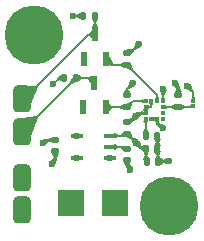
<source format=gbr>
%TF.GenerationSoftware,KiCad,Pcbnew,8.0.4*%
%TF.CreationDate,2025-02-04T23:44:10-05:00*%
%TF.ProjectId,Magnetometer,4d61676e-6574-46f6-9d65-7465722e6b69,rev?*%
%TF.SameCoordinates,Original*%
%TF.FileFunction,Copper,L1,Top*%
%TF.FilePolarity,Positive*%
%FSLAX46Y46*%
G04 Gerber Fmt 4.6, Leading zero omitted, Abs format (unit mm)*
G04 Created by KiCad (PCBNEW 8.0.4) date 2025-02-04 23:44:10*
%MOMM*%
%LPD*%
G01*
G04 APERTURE LIST*
G04 Aperture macros list*
%AMRoundRect*
0 Rectangle with rounded corners*
0 $1 Rounding radius*
0 $2 $3 $4 $5 $6 $7 $8 $9 X,Y pos of 4 corners*
0 Add a 4 corners polygon primitive as box body*
4,1,4,$2,$3,$4,$5,$6,$7,$8,$9,$2,$3,0*
0 Add four circle primitives for the rounded corners*
1,1,$1+$1,$2,$3*
1,1,$1+$1,$4,$5*
1,1,$1+$1,$6,$7*
1,1,$1+$1,$8,$9*
0 Add four rect primitives between the rounded corners*
20,1,$1+$1,$2,$3,$4,$5,0*
20,1,$1+$1,$4,$5,$6,$7,0*
20,1,$1+$1,$6,$7,$8,$9,0*
20,1,$1+$1,$8,$9,$2,$3,0*%
G04 Aperture macros list end*
%TA.AperFunction,SMDPad,CuDef*%
%ADD10RoundRect,0.381000X0.381000X-0.762000X0.381000X0.762000X-0.381000X0.762000X-0.381000X-0.762000X0*%
%TD*%
%TA.AperFunction,ComponentPad*%
%ADD11C,2.900000*%
%TD*%
%TA.AperFunction,ConnectorPad*%
%ADD12C,5.000000*%
%TD*%
%TA.AperFunction,SMDPad,CuDef*%
%ADD13RoundRect,0.135000X-0.185000X0.135000X-0.185000X-0.135000X0.185000X-0.135000X0.185000X0.135000X0*%
%TD*%
%TA.AperFunction,SMDPad,CuDef*%
%ADD14RoundRect,0.140000X0.140000X0.170000X-0.140000X0.170000X-0.140000X-0.170000X0.140000X-0.170000X0*%
%TD*%
%TA.AperFunction,SMDPad,CuDef*%
%ADD15R,0.558800X1.270000*%
%TD*%
%TA.AperFunction,SMDPad,CuDef*%
%ADD16RoundRect,0.381000X-0.381000X0.762000X-0.381000X-0.762000X0.381000X-0.762000X0.381000X0.762000X0*%
%TD*%
%TA.AperFunction,SMDPad,CuDef*%
%ADD17RoundRect,0.140000X0.170000X-0.140000X0.170000X0.140000X-0.170000X0.140000X-0.170000X-0.140000X0*%
%TD*%
%TA.AperFunction,SMDPad,CuDef*%
%ADD18RoundRect,0.135000X0.185000X-0.135000X0.185000X0.135000X-0.185000X0.135000X-0.185000X-0.135000X0*%
%TD*%
%TA.AperFunction,SMDPad,CuDef*%
%ADD19R,0.977900X0.457200*%
%TD*%
%TA.AperFunction,SMDPad,CuDef*%
%ADD20RoundRect,0.140000X-0.170000X0.140000X-0.170000X-0.140000X0.170000X-0.140000X0.170000X0.140000X0*%
%TD*%
%TA.AperFunction,SMDPad,CuDef*%
%ADD21RoundRect,0.135000X0.135000X0.185000X-0.135000X0.185000X-0.135000X-0.185000X0.135000X-0.185000X0*%
%TD*%
%TA.AperFunction,SMDPad,CuDef*%
%ADD22RoundRect,0.080375X-0.110125X0.080375X-0.110125X-0.080375X0.110125X-0.080375X0.110125X0.080375X0*%
%TD*%
%TA.AperFunction,SMDPad,CuDef*%
%ADD23R,2.184400X2.184400*%
%TD*%
%TA.AperFunction,SMDPad,CuDef*%
%ADD24R,0.376682X0.351536*%
%TD*%
%TA.AperFunction,SMDPad,CuDef*%
%ADD25R,0.351536X0.376682*%
%TD*%
%TA.AperFunction,ViaPad*%
%ADD26C,0.600000*%
%TD*%
%TA.AperFunction,Conductor*%
%ADD27C,0.200000*%
%TD*%
%TA.AperFunction,Conductor*%
%ADD28C,0.500000*%
%TD*%
G04 APERTURE END LIST*
D10*
%TO.P,J3,1,Pin_1*%
%TO.N,SCL*%
X128222300Y-152759000D03*
%TO.P,J3,2,Pin_2*%
%TO.N,SDA*%
X128222300Y-150009000D03*
%TD*%
D11*
%TO.P,REF\u002A\u002A,1*%
%TO.N,N/C*%
X129286000Y-144526000D03*
D12*
X129286000Y-144526000D03*
%TD*%
D13*
%TO.P,R1,1*%
%TO.N,GND*%
X141478000Y-149604000D03*
%TO.P,R1,2*%
%TO.N,Net-(JP1-B)*%
X141478000Y-150624000D03*
%TD*%
D14*
%TO.P,C3,1*%
%TO.N,GND*%
X139738801Y-155270200D03*
%TO.P,C3,2*%
%TO.N,3V3*%
X138778801Y-155270200D03*
%TD*%
D15*
%TO.P,U4,1,G*%
%TO.N,5V*%
X133477000Y-146558000D03*
%TO.P,U4,2,S*%
%TO.N,Net-(U1-SDA{slash}SDI{slash}SDO)*%
X135382000Y-146558000D03*
%TO.P,U4,3,D*%
%TO.N,SDA*%
X134429500Y-144475200D03*
%TD*%
D11*
%TO.P,REF\u002A\u002A,1*%
%TO.N,N/C*%
X140716000Y-159004000D03*
D12*
X140716000Y-159004000D03*
%TD*%
D15*
%TO.P,U2,1,G*%
%TO.N,5V*%
X133413500Y-150672800D03*
%TO.P,U2,2,S*%
%TO.N,Net-(U1-SCL{slash}SPC)*%
X135318500Y-150672800D03*
%TO.P,U2,3,D*%
%TO.N,SCL*%
X134366000Y-148590000D03*
%TD*%
D16*
%TO.P,J1,1,Pin_1*%
%TO.N,GND*%
X128270000Y-156616400D03*
%TO.P,J1,2,Pin_2*%
%TO.N,5V*%
X128270000Y-159366400D03*
%TD*%
D17*
%TO.P,C6,1*%
%TO.N,3V3*%
X137160000Y-152908000D03*
%TO.P,C6,2*%
%TO.N,GND*%
X137160000Y-151948000D03*
%TD*%
D18*
%TO.P,R2,1*%
%TO.N,Net-(U1-SDA{slash}SDI{slash}SDO)*%
X137160000Y-147068000D03*
%TO.P,R2,2*%
%TO.N,3V3*%
X137160000Y-146048000D03*
%TD*%
D19*
%TO.P,U5,1,IN*%
%TO.N,5V*%
X132924550Y-153075599D03*
%TO.P,U5,2,GND*%
%TO.N,GND*%
X132924550Y-154975601D03*
%TO.P,U5,3,EN*%
%TO.N,5V*%
X135655050Y-154975601D03*
%TO.P,U5,4,BYPASS*%
%TO.N,Net-(U5-BYPASS)*%
X135655050Y-154025600D03*
%TO.P,U5,5,OUT*%
%TO.N,3V3*%
X135655050Y-153075599D03*
%TD*%
D20*
%TO.P,C4,1*%
%TO.N,5V*%
X131064000Y-153444000D03*
%TO.P,C4,2*%
%TO.N,GND*%
X131064000Y-154404000D03*
%TD*%
D18*
%TO.P,R4,1*%
%TO.N,Net-(U1-SCL{slash}SPC)*%
X137160000Y-150626000D03*
%TO.P,R4,2*%
%TO.N,3V3*%
X137160000Y-149606000D03*
%TD*%
D21*
%TO.P,R5,1*%
%TO.N,SCL*%
X132790000Y-148170000D03*
%TO.P,R5,2*%
%TO.N,5V*%
X131770000Y-148170000D03*
%TD*%
D20*
%TO.P,C5,1*%
%TO.N,Net-(U5-BYPASS)*%
X137160000Y-154206000D03*
%TO.P,C5,2*%
%TO.N,GND*%
X137160000Y-155166000D03*
%TD*%
D14*
%TO.P,C2,1*%
%TO.N,GND*%
X139700000Y-154178000D03*
%TO.P,C2,2*%
%TO.N,3V3*%
X138740000Y-154178000D03*
%TD*%
D22*
%TO.P,JP1,1,A*%
%TO.N,3V3*%
X142748000Y-150114000D03*
%TO.P,JP1,2,B*%
%TO.N,Net-(JP1-B)*%
X142748000Y-150553250D03*
%TD*%
D21*
%TO.P,R3,1*%
%TO.N,SDA*%
X134380000Y-142930000D03*
%TO.P,R3,2*%
%TO.N,5V*%
X133360000Y-142930000D03*
%TD*%
D14*
%TO.P,C1,1*%
%TO.N,GND*%
X139700000Y-153115200D03*
%TO.P,C1,2*%
%TO.N,Net-(U1-C1)*%
X138740000Y-153115200D03*
%TD*%
D23*
%TO.P,CR2,1*%
%TO.N,5V*%
X132384800Y-158750000D03*
%TO.P,CR2,2*%
%TO.N,GND*%
X136093200Y-158750000D03*
%TD*%
D24*
%TO.P,U1,1,SCL/SPC*%
%TO.N,Net-(U1-SCL{slash}SPC)*%
X138695999Y-150125999D03*
%TO.P,U1,2,RSVD1*%
%TO.N,GND*%
X138695999Y-150626000D03*
%TO.P,U1,3,GND*%
X138695999Y-151126000D03*
%TO.P,U1,4,C1*%
%TO.N,Net-(U1-C1)*%
X138695999Y-151626001D03*
D25*
%TO.P,U1,5,VDD*%
%TO.N,3V3*%
X139196000Y-151626001D03*
%TO.P,U1,6,VDD_IO*%
X139696000Y-151626001D03*
D24*
%TO.P,U1,7,INT*%
%TO.N,unconnected-(U1-INT-Pad7)*%
X140196001Y-151626001D03*
%TO.P,U1,8,DRDY*%
%TO.N,DRDY*%
X140196001Y-151126000D03*
%TO.P,U1,9,SDO/SA1*%
%TO.N,Net-(JP1-B)*%
X140196001Y-150626000D03*
%TO.P,U1,10,CS*%
%TO.N,3V3*%
X140196001Y-150125999D03*
D25*
%TO.P,U1,11,SDA/SDI/SDO*%
%TO.N,Net-(U1-SDA{slash}SDI{slash}SDO)*%
X139696000Y-150125999D03*
%TO.P,U1,12,RSVD2*%
%TO.N,GND*%
X139196000Y-150125999D03*
%TD*%
D26*
%TO.N,5V*%
X132560000Y-142950000D03*
X130880000Y-148710000D03*
X133480000Y-146500000D03*
X135710000Y-154980000D03*
X133420000Y-150680000D03*
X131940000Y-159320000D03*
X132880000Y-159350000D03*
X132890000Y-158130000D03*
X131820000Y-158110000D03*
%TO.N,GND*%
X135560000Y-159270000D03*
X136640000Y-159290000D03*
X136650000Y-158180000D03*
X135510000Y-158190000D03*
X128270000Y-156100000D03*
X128250000Y-157120000D03*
%TO.N,5V*%
X128260000Y-158750000D03*
X128230000Y-159830000D03*
%TO.N,GND*%
X141224000Y-148590000D03*
X137922000Y-151384000D03*
X132924550Y-154975601D03*
X137414000Y-155956000D03*
X130810000Y-155448000D03*
X140716000Y-155194000D03*
%TO.N,3V3*%
X140208000Y-149098000D03*
X138176000Y-145288000D03*
X137668000Y-148590000D03*
X137922000Y-153670000D03*
X140208000Y-152400000D03*
X142240000Y-148844000D03*
%TO.N,5V*%
X132924550Y-153075599D03*
X130048000Y-153670000D03*
%TD*%
D27*
%TO.N,5V*%
X132580000Y-142930000D02*
X132560000Y-142950000D01*
X133360000Y-142930000D02*
X132580000Y-142930000D01*
%TO.N,SDA*%
X134429500Y-142979500D02*
X134380000Y-142930000D01*
X134429500Y-144475200D02*
X134429500Y-142979500D01*
%TO.N,5V*%
X131420000Y-148170000D02*
X130880000Y-148710000D01*
X131770000Y-148170000D02*
X131420000Y-148170000D01*
%TO.N,SCL*%
X133946000Y-148170000D02*
X134366000Y-148590000D01*
X132811300Y-148170000D02*
X133946000Y-148170000D01*
X128222300Y-152759000D02*
X132811300Y-148170000D01*
%TO.N,SDA*%
X133950100Y-144475200D02*
X134429500Y-144475200D01*
X128416300Y-150009000D02*
X133950100Y-144475200D01*
X128222300Y-150009000D02*
X128416300Y-150009000D01*
%TO.N,5V*%
X133535000Y-146500000D02*
X133477000Y-146558000D01*
X133480000Y-146500000D02*
X133535000Y-146500000D01*
X133480000Y-146555000D02*
X133480000Y-146500000D01*
D28*
X131940000Y-159194800D02*
X132384800Y-158750000D01*
X131940000Y-159320000D02*
X131940000Y-159194800D01*
X131814800Y-159320000D02*
X131940000Y-159320000D01*
X131768400Y-159366400D02*
X131814800Y-159320000D01*
X128270000Y-159366400D02*
X128230000Y-159830000D01*
D27*
%TO.N,Net-(U1-C1)*%
X138614230Y-153115200D02*
X138900000Y-153115200D01*
X138740000Y-153115200D02*
X138695999Y-153071199D01*
X138695999Y-153071199D02*
X138695999Y-151626001D01*
%TO.N,GND*%
X139160107Y-150626000D02*
X139196000Y-150590107D01*
X137160000Y-155702000D02*
X137414000Y-155956000D01*
X131064000Y-155194000D02*
X130810000Y-155448000D01*
X138695999Y-150626000D02*
X138695999Y-151126000D01*
X139738801Y-154216801D02*
X139700000Y-154178000D01*
X139738801Y-155270200D02*
X139738801Y-154216801D01*
X139196000Y-150590107D02*
X139196000Y-150125999D01*
X139738801Y-155270200D02*
X140639800Y-155270200D01*
X141478000Y-149604000D02*
X141478000Y-148844000D01*
X137358000Y-151948000D02*
X137922000Y-151384000D01*
X136093200Y-158750000D02*
X136398000Y-158750000D01*
X138695999Y-151126000D02*
X138180000Y-151126000D01*
X140639800Y-155270200D02*
X140716000Y-155194000D01*
X137160000Y-151948000D02*
X137358000Y-151948000D01*
X137160000Y-155166000D02*
X137160000Y-155702000D01*
X139700000Y-154178000D02*
X139700000Y-153115200D01*
X138695999Y-150626000D02*
X139160107Y-150626000D01*
X131064000Y-154404000D02*
X131064000Y-155194000D01*
X138180000Y-151126000D02*
X137922000Y-151384000D01*
X141478000Y-148844000D02*
X141224000Y-148590000D01*
%TO.N,Net-(U1-SCL{slash}SPC)*%
X135318500Y-150672800D02*
X137113200Y-150672800D01*
X137160000Y-150626000D02*
X137660001Y-150125999D01*
X137113200Y-150672800D02*
X137160000Y-150626000D01*
X137660001Y-150125999D02*
X138695999Y-150125999D01*
%TO.N,3V3*%
X137160000Y-149606000D02*
X137160000Y-149098000D01*
X138430000Y-154178000D02*
X137922000Y-153670000D01*
X136992401Y-153075599D02*
X137160000Y-152908000D01*
X139196000Y-151626001D02*
X139696000Y-151626001D01*
X138740000Y-155231399D02*
X138778801Y-155270200D01*
X138740000Y-154178000D02*
X138430000Y-154178000D01*
X140196001Y-149109999D02*
X140208000Y-149098000D01*
X137160000Y-146048000D02*
X137416000Y-146048000D01*
X137160000Y-152908000D02*
X137922000Y-153670000D01*
X142748000Y-149352000D02*
X142240000Y-148844000D01*
X135655050Y-153075599D02*
X136992401Y-153075599D01*
X137160000Y-149098000D02*
X137668000Y-148590000D01*
X139696000Y-152090109D02*
X140005891Y-152400000D01*
X138740000Y-154178000D02*
X138740000Y-155231399D01*
X140005891Y-152400000D02*
X140208000Y-152400000D01*
X139696000Y-151626001D02*
X139696000Y-152090109D01*
X140196001Y-150125999D02*
X140196001Y-149109999D01*
X137416000Y-146048000D02*
X138176000Y-145288000D01*
X142748000Y-150114000D02*
X142748000Y-149352000D01*
%TO.N,5V*%
X131064000Y-153444000D02*
X130274000Y-153444000D01*
X132924550Y-153075599D02*
X132755599Y-153075599D01*
X130274000Y-153444000D02*
X130048000Y-153670000D01*
%TO.N,Net-(JP1-B)*%
X140198001Y-150624000D02*
X140196001Y-150626000D01*
X142677250Y-150624000D02*
X142748000Y-150553250D01*
X141478000Y-150624000D02*
X140198001Y-150624000D01*
X141478000Y-150624000D02*
X142677250Y-150624000D01*
%TO.N,Net-(U1-SDA{slash}SDI{slash}SDO)*%
X136146000Y-147068000D02*
X137160000Y-147068000D01*
X139696000Y-149604000D02*
X139696000Y-150125999D01*
X136144000Y-147066000D02*
X136146000Y-147068000D01*
X135382000Y-146558000D02*
X135890000Y-147066000D01*
X137160000Y-147068000D02*
X139696000Y-149604000D01*
X135890000Y-147066000D02*
X136144000Y-147066000D01*
%TO.N,Net-(U5-BYPASS)*%
X136979600Y-154025600D02*
X137160000Y-154206000D01*
X135655050Y-154025600D02*
X136979600Y-154025600D01*
%TD*%
%TA.AperFunction,Conductor*%
%TO.N,5V*%
G36*
X133128810Y-142667086D02*
G01*
X133354160Y-142922255D01*
X133357068Y-142930725D01*
X133354160Y-142937745D01*
X133128810Y-143192913D01*
X133120765Y-143196846D01*
X133114309Y-143195368D01*
X132825969Y-143033353D01*
X132820435Y-143026313D01*
X132820000Y-143023153D01*
X132820000Y-142836846D01*
X132823427Y-142828573D01*
X132825969Y-142826646D01*
X133114310Y-142664630D01*
X133123200Y-142663566D01*
X133128810Y-142667086D01*
G37*
%TD.AperFunction*%
%TD*%
%TA.AperFunction,Conductor*%
%TO.N,SDA*%
G36*
X134388301Y-142936596D02*
G01*
X134634239Y-143161643D01*
X134638030Y-143169756D01*
X134637510Y-143173758D01*
X134532063Y-143511784D01*
X134526328Y-143518662D01*
X134520894Y-143520000D01*
X134336188Y-143520000D01*
X134327915Y-143516573D01*
X134326106Y-143514236D01*
X134324662Y-143511784D01*
X134134772Y-143189280D01*
X134133528Y-143180414D01*
X134136535Y-143175120D01*
X134372087Y-142936999D01*
X134380340Y-142933528D01*
X134388301Y-142936596D01*
G37*
%TD.AperFunction*%
%TD*%
%TA.AperFunction,Conductor*%
%TO.N,SDA*%
G36*
X134531381Y-143564227D02*
G01*
X134532953Y-143566178D01*
X134705508Y-143834918D01*
X134707095Y-143843732D01*
X134706375Y-143845946D01*
X134440212Y-144451816D01*
X134433747Y-144458012D01*
X134424794Y-144457822D01*
X134418788Y-144451816D01*
X134152624Y-143845946D01*
X134152434Y-143836993D01*
X134153489Y-143834921D01*
X134326047Y-143566178D01*
X134333400Y-143561068D01*
X134335892Y-143560800D01*
X134523108Y-143560800D01*
X134531381Y-143564227D01*
G37*
%TD.AperFunction*%
%TD*%
%TA.AperFunction,Conductor*%
%TO.N,5V*%
G36*
X131512212Y-147969281D02*
G01*
X131608721Y-148043955D01*
X131762465Y-148162916D01*
X131766911Y-148170688D01*
X131765322Y-148178214D01*
X131588747Y-148470761D01*
X131581538Y-148476073D01*
X131573831Y-148475340D01*
X131358257Y-148375934D01*
X131354883Y-148373582D01*
X131223497Y-148242196D01*
X131220070Y-148233923D01*
X131223497Y-148225650D01*
X131223727Y-148225427D01*
X131497064Y-147969985D01*
X131505448Y-147966841D01*
X131512212Y-147969281D01*
G37*
%TD.AperFunction*%
%TD*%
%TA.AperFunction,Conductor*%
%TO.N,SCL*%
G36*
X134085515Y-147994802D02*
G01*
X134091114Y-148000422D01*
X134362018Y-148579353D01*
X134362421Y-148588299D01*
X134356380Y-148594909D01*
X134356330Y-148594932D01*
X134096966Y-148714827D01*
X134088019Y-148715188D01*
X134081559Y-148709372D01*
X133866639Y-148272441D01*
X133865438Y-148267277D01*
X133865438Y-148078237D01*
X133868865Y-148069964D01*
X133873190Y-148067222D01*
X134076572Y-147994366D01*
X134085515Y-147994802D01*
G37*
%TD.AperFunction*%
%TD*%
%TA.AperFunction,Conductor*%
%TO.N,SCL*%
G36*
X133035690Y-147904631D02*
G01*
X133324031Y-148066646D01*
X133329565Y-148073686D01*
X133330000Y-148076846D01*
X133330000Y-148263153D01*
X133326573Y-148271426D01*
X133324031Y-148273353D01*
X133035690Y-148435368D01*
X133026799Y-148436433D01*
X133021189Y-148432913D01*
X132878573Y-148271426D01*
X132795838Y-148177743D01*
X132792931Y-148169275D01*
X132795838Y-148162256D01*
X133021190Y-147907085D01*
X133029234Y-147903153D01*
X133035690Y-147904631D01*
G37*
%TD.AperFunction*%
%TD*%
%TA.AperFunction,Conductor*%
%TO.N,SCL*%
G36*
X132530177Y-148066003D02*
G01*
X132689242Y-148129066D01*
X132784860Y-148166975D01*
X132791288Y-148173209D01*
X132791998Y-148175448D01*
X132856132Y-148480991D01*
X132854478Y-148489791D01*
X132849713Y-148493957D01*
X132435297Y-148691330D01*
X132426354Y-148691794D01*
X132421993Y-148689040D01*
X132292253Y-148559300D01*
X132288826Y-148551027D01*
X132289957Y-148546010D01*
X132515301Y-148071856D01*
X132521945Y-148065857D01*
X132530177Y-148066003D01*
G37*
%TD.AperFunction*%
%TD*%
%TA.AperFunction,Conductor*%
%TO.N,SCL*%
G36*
X129455065Y-151390444D02*
G01*
X129456812Y-151391882D01*
X129588399Y-151523469D01*
X129591826Y-151531742D01*
X129591010Y-151536034D01*
X128988660Y-153063570D01*
X128982437Y-153070009D01*
X128973484Y-153070162D01*
X128973311Y-153070092D01*
X128229289Y-152762884D01*
X128222950Y-152756560D01*
X128222073Y-152751395D01*
X128287146Y-151625056D01*
X128291045Y-151616996D01*
X128296570Y-151614253D01*
X129446286Y-151388674D01*
X129455065Y-151390444D01*
G37*
%TD.AperFunction*%
%TD*%
%TA.AperFunction,Conductor*%
%TO.N,SDA*%
G36*
X134157136Y-144229534D02*
G01*
X134385816Y-144434672D01*
X134421475Y-144466660D01*
X134425345Y-144474735D01*
X134422371Y-144483182D01*
X134422351Y-144483204D01*
X134158298Y-144776061D01*
X134150213Y-144779910D01*
X134141774Y-144776915D01*
X134141388Y-144776551D01*
X133964666Y-144602054D01*
X133832933Y-144470321D01*
X133829506Y-144462048D01*
X133832933Y-144453775D01*
X133834321Y-144452589D01*
X134142451Y-144228777D01*
X134151157Y-144226688D01*
X134157136Y-144229534D01*
G37*
%TD.AperFunction*%
%TD*%
%TA.AperFunction,Conductor*%
%TO.N,SDA*%
G36*
X129455716Y-148834795D02*
G01*
X129455989Y-148835059D01*
X129588171Y-148967241D01*
X129591598Y-148975514D01*
X129590611Y-148980217D01*
X128989089Y-150350322D01*
X128982625Y-150356520D01*
X128973673Y-150356332D01*
X128973503Y-150356255D01*
X128229545Y-150013372D01*
X128223466Y-150006797D01*
X128222867Y-150001043D01*
X128373723Y-148975514D01*
X128388409Y-148875672D01*
X128393003Y-148867987D01*
X128399602Y-148865682D01*
X129447337Y-148831638D01*
X129455716Y-148834795D01*
G37*
%TD.AperFunction*%
%TD*%
%TA.AperFunction,Conductor*%
%TO.N,Net-(U1-C1)*%
G36*
X138797533Y-152528627D02*
G01*
X138799380Y-152531029D01*
X138998588Y-152874438D01*
X138999776Y-152883314D01*
X138996229Y-152889064D01*
X138747527Y-153109526D01*
X138739063Y-153112450D01*
X138732273Y-153109757D01*
X138638290Y-153031395D01*
X138476838Y-152896778D01*
X138472680Y-152888849D01*
X138473261Y-152884009D01*
X138593292Y-152533112D01*
X138599212Y-152526394D01*
X138604362Y-152525200D01*
X138789260Y-152525200D01*
X138797533Y-152528627D01*
G37*
%TD.AperFunction*%
%TD*%
%TA.AperFunction,Conductor*%
%TO.N,Net-(U1-C1)*%
G36*
X138704249Y-151633298D02*
G01*
X138704296Y-151633345D01*
X138866186Y-151796156D01*
X138869589Y-151804439D01*
X138868633Y-151809037D01*
X138799046Y-151970468D01*
X138792624Y-151976709D01*
X138788302Y-151977537D01*
X138603696Y-151977537D01*
X138595423Y-151974110D01*
X138592952Y-151970469D01*
X138523364Y-151809038D01*
X138523236Y-151800084D01*
X138525808Y-151796159D01*
X138687702Y-151633344D01*
X138695966Y-151629895D01*
X138704249Y-151633298D01*
G37*
%TD.AperFunction*%
%TD*%
%TA.AperFunction,Conductor*%
%TO.N,GND*%
G36*
X137263159Y-155463649D02*
G01*
X137615627Y-155735758D01*
X137620081Y-155743526D01*
X137617738Y-155752169D01*
X137616770Y-155753273D01*
X137417446Y-155953537D01*
X137409181Y-155956983D01*
X137409114Y-155956983D01*
X137124457Y-155956034D01*
X137116195Y-155952580D01*
X137112865Y-155945603D01*
X137091754Y-155752169D01*
X137061415Y-155474178D01*
X137063924Y-155465583D01*
X137071777Y-155461279D01*
X137073046Y-155461210D01*
X137256009Y-155461210D01*
X137263159Y-155463649D01*
G37*
%TD.AperFunction*%
%TD*%
%TA.AperFunction,Conductor*%
%TO.N,GND*%
G36*
X131159227Y-154956637D02*
G01*
X131162654Y-154964910D01*
X131162585Y-154966179D01*
X131111134Y-155437603D01*
X131106830Y-155445456D01*
X131099542Y-155448034D01*
X130814885Y-155448983D01*
X130806600Y-155445584D01*
X130806553Y-155445537D01*
X130806472Y-155445456D01*
X130607229Y-155245273D01*
X130603822Y-155236991D01*
X130607268Y-155228726D01*
X130608364Y-155227764D01*
X130960841Y-154955649D01*
X130967991Y-154953210D01*
X131150954Y-154953210D01*
X131159227Y-154956637D01*
G37*
%TD.AperFunction*%
%TD*%
%TA.AperFunction,Conductor*%
%TO.N,GND*%
G36*
X138704249Y-150633297D02*
G01*
X138704296Y-150633344D01*
X138866186Y-150796155D01*
X138869589Y-150804438D01*
X138868633Y-150809036D01*
X138799046Y-150970467D01*
X138792624Y-150976708D01*
X138788302Y-150977536D01*
X138603696Y-150977536D01*
X138595423Y-150974109D01*
X138592952Y-150970468D01*
X138523364Y-150809037D01*
X138523236Y-150800083D01*
X138525808Y-150796158D01*
X138687702Y-150633343D01*
X138695966Y-150629894D01*
X138704249Y-150633297D01*
G37*
%TD.AperFunction*%
%TD*%
%TA.AperFunction,Conductor*%
%TO.N,GND*%
G36*
X138796575Y-150777891D02*
G01*
X138799046Y-150781533D01*
X138868633Y-150942963D01*
X138868761Y-150951916D01*
X138866186Y-150955844D01*
X138704296Y-151118655D01*
X138696032Y-151122105D01*
X138687749Y-151118702D01*
X138687702Y-151118655D01*
X138525811Y-150955844D01*
X138522408Y-150947561D01*
X138523364Y-150942963D01*
X138592952Y-150781531D01*
X138599374Y-150775292D01*
X138603696Y-150774464D01*
X138788302Y-150774464D01*
X138796575Y-150777891D01*
G37*
%TD.AperFunction*%
%TD*%
%TA.AperFunction,Conductor*%
%TO.N,GND*%
G36*
X139707642Y-154183372D02*
G01*
X139963076Y-154396351D01*
X139967235Y-154404280D01*
X139966604Y-154409262D01*
X139841571Y-154760226D01*
X139835567Y-154766870D01*
X139830550Y-154768000D01*
X139645620Y-154768000D01*
X139637347Y-154764573D01*
X139635440Y-154762066D01*
X139439239Y-154415688D01*
X139438143Y-154406801D01*
X139441750Y-154401085D01*
X139692484Y-154183521D01*
X139700978Y-154180688D01*
X139707642Y-154183372D01*
G37*
%TD.AperFunction*%
%TD*%
%TA.AperFunction,Conductor*%
%TO.N,GND*%
G36*
X139839592Y-154683627D02*
G01*
X139841940Y-154686992D01*
X140004379Y-155038477D01*
X140004739Y-155047424D01*
X140001251Y-155052371D01*
X139746294Y-155264952D01*
X139737745Y-155267618D01*
X139731308Y-155264952D01*
X139619184Y-155171464D01*
X139476349Y-155052370D01*
X139472191Y-155044441D01*
X139473221Y-155038480D01*
X139635662Y-154686991D01*
X139642244Y-154680919D01*
X139646283Y-154680200D01*
X139831319Y-154680200D01*
X139839592Y-154683627D01*
G37*
%TD.AperFunction*%
%TD*%
%TA.AperFunction,Conductor*%
%TO.N,GND*%
G36*
X139203960Y-150133621D02*
G01*
X139204575Y-150134236D01*
X139366580Y-150308751D01*
X139369697Y-150317146D01*
X139368749Y-150321342D01*
X139299047Y-150483039D01*
X139292625Y-150489280D01*
X139288303Y-150490108D01*
X139103697Y-150490108D01*
X139095424Y-150486681D01*
X139092953Y-150483040D01*
X139092953Y-150483039D01*
X139023249Y-150321341D01*
X139023122Y-150312389D01*
X139025416Y-150308755D01*
X139187425Y-150134235D01*
X139195565Y-150130504D01*
X139203960Y-150133621D01*
G37*
%TD.AperFunction*%
%TD*%
%TA.AperFunction,Conductor*%
%TO.N,GND*%
G36*
X139969907Y-154994777D02*
G01*
X140292607Y-155166896D01*
X140298294Y-155173813D01*
X140298801Y-155177219D01*
X140298801Y-155363180D01*
X140295374Y-155371453D01*
X140292607Y-155373503D01*
X139969907Y-155545622D01*
X139960995Y-155546492D01*
X139955257Y-155542598D01*
X139820268Y-155373503D01*
X139743626Y-155277497D01*
X139741144Y-155268896D01*
X139743626Y-155262903D01*
X139955258Y-154997799D01*
X139963097Y-154993473D01*
X139969907Y-154994777D01*
G37*
%TD.AperFunction*%
%TD*%
%TA.AperFunction,Conductor*%
%TO.N,GND*%
G36*
X140605676Y-154927710D02*
G01*
X140606173Y-154928751D01*
X140715115Y-155189489D01*
X140715142Y-155198444D01*
X140715115Y-155198511D01*
X140604942Y-155462194D01*
X140598590Y-155468506D01*
X140591689Y-155469122D01*
X140140400Y-155372185D01*
X140133031Y-155367097D01*
X140131157Y-155360746D01*
X140131157Y-155177184D01*
X140134584Y-155168911D01*
X140137299Y-155166888D01*
X140589829Y-154922962D01*
X140598734Y-154922054D01*
X140605676Y-154927710D01*
G37*
%TD.AperFunction*%
%TD*%
%TA.AperFunction,Conductor*%
%TO.N,GND*%
G36*
X141579427Y-149067427D02*
G01*
X141581354Y-149069969D01*
X141743368Y-149358309D01*
X141744433Y-149367200D01*
X141740913Y-149372810D01*
X141485745Y-149598160D01*
X141477275Y-149601068D01*
X141470255Y-149598160D01*
X141215086Y-149372810D01*
X141211153Y-149364765D01*
X141212630Y-149358310D01*
X141374646Y-149069968D01*
X141381686Y-149064435D01*
X141384846Y-149064000D01*
X141571154Y-149064000D01*
X141579427Y-149067427D01*
G37*
%TD.AperFunction*%
%TD*%
%TA.AperFunction,Conductor*%
%TO.N,GND*%
G36*
X137599943Y-151570270D02*
G01*
X137601682Y-151571703D01*
X137731710Y-151701731D01*
X137735137Y-151710004D01*
X137732976Y-151716779D01*
X137475546Y-152079221D01*
X137467961Y-152083982D01*
X137461248Y-152083135D01*
X137336968Y-152027806D01*
X137164339Y-151950953D01*
X137158175Y-151944457D01*
X137157821Y-151943381D01*
X137085071Y-151680178D01*
X137086170Y-151671291D01*
X137093231Y-151665784D01*
X137094105Y-151665578D01*
X137591168Y-151568493D01*
X137599943Y-151570270D01*
G37*
%TD.AperFunction*%
%TD*%
%TA.AperFunction,Conductor*%
%TO.N,GND*%
G36*
X137655174Y-151273439D02*
G01*
X137818804Y-151340629D01*
X137918184Y-151381436D01*
X137924536Y-151387748D01*
X137924563Y-151387815D01*
X138032559Y-151650824D01*
X138032532Y-151659779D01*
X138026670Y-151665877D01*
X137575867Y-151875523D01*
X137566920Y-151875904D01*
X137562660Y-151873187D01*
X137432812Y-151743339D01*
X137429385Y-151735066D01*
X137430474Y-151730136D01*
X137640124Y-151279327D01*
X137646718Y-151273273D01*
X137655174Y-151273439D01*
G37*
%TD.AperFunction*%
%TD*%
%TA.AperFunction,Conductor*%
%TO.N,GND*%
G36*
X138513246Y-150955419D02*
G01*
X138687761Y-151117425D01*
X138691493Y-151125565D01*
X138688376Y-151133960D01*
X138687761Y-151134575D01*
X138513246Y-151296580D01*
X138504851Y-151299697D01*
X138500654Y-151298749D01*
X138495622Y-151296580D01*
X138467753Y-151284566D01*
X138338958Y-151229046D01*
X138332718Y-151222624D01*
X138331890Y-151218302D01*
X138331890Y-151033697D01*
X138335317Y-151025424D01*
X138338958Y-151022953D01*
X138500656Y-150953249D01*
X138509608Y-150953122D01*
X138513246Y-150955419D01*
G37*
%TD.AperFunction*%
%TD*%
%TA.AperFunction,Conductor*%
%TO.N,GND*%
G36*
X137166915Y-155172067D02*
G01*
X137420971Y-155397864D01*
X137424879Y-155405921D01*
X137422580Y-155413601D01*
X137248187Y-155647580D01*
X137247079Y-155648861D01*
X137117176Y-155778764D01*
X137108903Y-155782191D01*
X137100630Y-155778764D01*
X137098704Y-155776222D01*
X136891295Y-155406769D01*
X136890234Y-155397879D01*
X136893895Y-155392150D01*
X137151543Y-155171917D01*
X137160056Y-155169148D01*
X137166915Y-155172067D01*
G37*
%TD.AperFunction*%
%TD*%
%TA.AperFunction,Conductor*%
%TO.N,GND*%
G36*
X139707491Y-153120446D02*
G01*
X139962450Y-153333029D01*
X139966609Y-153340958D01*
X139965578Y-153346922D01*
X139803139Y-153698408D01*
X139796557Y-153704481D01*
X139792518Y-153705200D01*
X139607482Y-153705200D01*
X139599209Y-153701773D01*
X139596861Y-153698408D01*
X139434420Y-153346920D01*
X139434061Y-153337975D01*
X139437546Y-153333031D01*
X139692508Y-153120446D01*
X139701056Y-153117781D01*
X139707491Y-153120446D01*
G37*
%TD.AperFunction*%
%TD*%
%TA.AperFunction,Conductor*%
%TO.N,GND*%
G36*
X139800791Y-153591427D02*
G01*
X139803139Y-153594792D01*
X139965578Y-153946277D01*
X139965938Y-153955224D01*
X139962450Y-153960171D01*
X139707493Y-154172752D01*
X139698944Y-154175418D01*
X139692507Y-154172752D01*
X139580383Y-154079264D01*
X139437548Y-153960170D01*
X139433390Y-153952241D01*
X139434420Y-153946280D01*
X139596861Y-153594791D01*
X139603443Y-153588719D01*
X139607482Y-153588000D01*
X139792518Y-153588000D01*
X139800791Y-153591427D01*
G37*
%TD.AperFunction*%
%TD*%
%TA.AperFunction,Conductor*%
%TO.N,GND*%
G36*
X138891339Y-150453249D02*
G01*
X139053040Y-150522953D01*
X139059280Y-150529375D01*
X139060108Y-150533697D01*
X139060108Y-150718302D01*
X139056681Y-150726575D01*
X139053040Y-150729046D01*
X138891343Y-150798749D01*
X138882389Y-150798877D01*
X138878751Y-150796580D01*
X138803340Y-150726575D01*
X138704235Y-150634574D01*
X138700504Y-150626435D01*
X138703621Y-150618040D01*
X138704236Y-150617425D01*
X138878753Y-150455418D01*
X138887146Y-150452302D01*
X138891339Y-150453249D01*
G37*
%TD.AperFunction*%
%TD*%
%TA.AperFunction,Conductor*%
%TO.N,GND*%
G36*
X131071296Y-154408825D02*
G01*
X131336398Y-154620455D01*
X131340726Y-154628295D01*
X131339422Y-154635105D01*
X131167304Y-154957806D01*
X131160387Y-154963493D01*
X131156981Y-154964000D01*
X130971019Y-154964000D01*
X130962746Y-154960573D01*
X130960696Y-154957806D01*
X130788577Y-154635105D01*
X130787707Y-154626193D01*
X130791599Y-154620457D01*
X131056702Y-154408825D01*
X131065304Y-154406343D01*
X131071296Y-154408825D01*
G37*
%TD.AperFunction*%
%TD*%
%TA.AperFunction,Conductor*%
%TO.N,GND*%
G36*
X138410683Y-151029973D02*
G01*
X138415053Y-151037789D01*
X138415133Y-151039156D01*
X138415133Y-151222061D01*
X138412752Y-151229136D01*
X138142222Y-151585475D01*
X138134490Y-151589992D01*
X138125828Y-151587719D01*
X138124649Y-151586693D01*
X137924462Y-151387446D01*
X137921016Y-151379181D01*
X137921016Y-151379114D01*
X137921516Y-151229136D01*
X137921965Y-151094367D01*
X137925419Y-151086107D01*
X137932295Y-151082789D01*
X138402068Y-151027536D01*
X138410683Y-151029973D01*
G37*
%TD.AperFunction*%
%TD*%
%TA.AperFunction,Conductor*%
%TO.N,GND*%
G36*
X141513542Y-148589965D02*
G01*
X141521804Y-148593419D01*
X141525134Y-148600396D01*
X141576585Y-149071821D01*
X141574076Y-149080417D01*
X141566223Y-149084721D01*
X141564954Y-149084790D01*
X141381991Y-149084790D01*
X141374841Y-149082351D01*
X141022372Y-148810241D01*
X141017918Y-148802473D01*
X141020261Y-148793830D01*
X141021222Y-148792733D01*
X141220555Y-148592461D01*
X141228817Y-148589016D01*
X141513542Y-148589965D01*
G37*
%TD.AperFunction*%
%TD*%
%TA.AperFunction,Conductor*%
%TO.N,Net-(U1-SCL{slash}SPC)*%
G36*
X136916631Y-150381382D02*
G01*
X137104474Y-150569416D01*
X137153093Y-150618085D01*
X137156516Y-150626360D01*
X137153448Y-150634252D01*
X136928396Y-150880196D01*
X136920282Y-150883987D01*
X136916202Y-150883443D01*
X136578138Y-150775400D01*
X136571301Y-150769617D01*
X136570000Y-150764255D01*
X136570000Y-150579531D01*
X136573427Y-150571258D01*
X136575814Y-150569419D01*
X136902478Y-150379536D01*
X136911351Y-150378342D01*
X136916631Y-150381382D01*
G37*
%TD.AperFunction*%
%TD*%
%TA.AperFunction,Conductor*%
%TO.N,Net-(U1-SCL{slash}SPC)*%
G36*
X135605813Y-150398481D02*
G01*
X135871923Y-150569347D01*
X135877032Y-150576699D01*
X135877300Y-150579191D01*
X135877300Y-150766408D01*
X135873873Y-150774681D01*
X135871922Y-150776253D01*
X135605816Y-150947117D01*
X135597002Y-150948704D01*
X135591236Y-150945560D01*
X135421323Y-150776253D01*
X135325816Y-150681086D01*
X135322375Y-150672821D01*
X135325786Y-150664542D01*
X135591238Y-150400038D01*
X135599515Y-150396627D01*
X135605813Y-150398481D01*
G37*
%TD.AperFunction*%
%TD*%
%TA.AperFunction,Conductor*%
%TO.N,Net-(U1-SCL{slash}SPC)*%
G36*
X137536666Y-150119855D02*
G01*
X137666435Y-150249624D01*
X137669862Y-150257897D01*
X137668855Y-150262646D01*
X137483767Y-150679356D01*
X137477277Y-150685526D01*
X137470883Y-150686100D01*
X137165517Y-150627893D01*
X137158032Y-150622978D01*
X137156888Y-150620848D01*
X137052282Y-150366033D01*
X137052310Y-150357080D01*
X137057857Y-150351135D01*
X137523147Y-150117670D01*
X137532077Y-150117023D01*
X137536666Y-150119855D01*
G37*
%TD.AperFunction*%
%TD*%
%TA.AperFunction,Conductor*%
%TO.N,Net-(U1-SCL{slash}SPC)*%
G36*
X138513246Y-149955418D02*
G01*
X138687761Y-150117424D01*
X138691493Y-150125564D01*
X138688376Y-150133959D01*
X138687761Y-150134574D01*
X138513246Y-150296579D01*
X138504851Y-150299696D01*
X138500654Y-150298748D01*
X138495622Y-150296579D01*
X138467753Y-150284565D01*
X138338958Y-150229045D01*
X138332718Y-150222623D01*
X138331890Y-150218301D01*
X138331890Y-150033696D01*
X138335317Y-150025423D01*
X138338958Y-150022952D01*
X138500656Y-149953248D01*
X138509608Y-149953121D01*
X138513246Y-149955418D01*
G37*
%TD.AperFunction*%
%TD*%
%TA.AperFunction,Conductor*%
%TO.N,3V3*%
G36*
X137120263Y-149013521D02*
G01*
X137122564Y-149015309D01*
X137252913Y-149145658D01*
X137253714Y-149146545D01*
X137432394Y-149366043D01*
X137434959Y-149374622D01*
X137430771Y-149382449D01*
X137167255Y-149600129D01*
X137158695Y-149602756D01*
X137151779Y-149599622D01*
X136906594Y-149368445D01*
X136902926Y-149360277D01*
X136904559Y-149353963D01*
X137104231Y-149017609D01*
X137111400Y-149012245D01*
X137120263Y-149013521D01*
G37*
%TD.AperFunction*%
%TD*%
%TA.AperFunction,Conductor*%
%TO.N,3V3*%
G36*
X138197779Y-153559467D02*
G01*
X138203877Y-153565329D01*
X138413523Y-154016132D01*
X138413904Y-154025079D01*
X138411187Y-154029339D01*
X138281339Y-154159187D01*
X138273066Y-154162614D01*
X138268132Y-154161523D01*
X137974736Y-154025079D01*
X137817328Y-153951876D01*
X137811273Y-153945281D01*
X137811439Y-153936825D01*
X137919436Y-153673814D01*
X137925746Y-153667464D01*
X138188825Y-153559440D01*
X138197779Y-153559467D01*
G37*
%TD.AperFunction*%
%TD*%
%TA.AperFunction,Conductor*%
%TO.N,3V3*%
G36*
X139525844Y-151455813D02*
G01*
X139688655Y-151617704D01*
X139692105Y-151625968D01*
X139688702Y-151634251D01*
X139688655Y-151634298D01*
X139525844Y-151796188D01*
X139517561Y-151799591D01*
X139512962Y-151798635D01*
X139351532Y-151729047D01*
X139345292Y-151722625D01*
X139344464Y-151718303D01*
X139344464Y-151533698D01*
X139347891Y-151525425D01*
X139351532Y-151522954D01*
X139512964Y-151453365D01*
X139521916Y-151453238D01*
X139525844Y-151455813D01*
G37*
%TD.AperFunction*%
%TD*%
%TA.AperFunction,Conductor*%
%TO.N,3V3*%
G36*
X139379035Y-151453365D02*
G01*
X139540468Y-151522954D01*
X139546708Y-151529376D01*
X139547536Y-151533698D01*
X139547536Y-151718303D01*
X139544109Y-151726576D01*
X139540468Y-151729047D01*
X139379037Y-151798635D01*
X139370083Y-151798763D01*
X139366155Y-151796188D01*
X139203344Y-151634298D01*
X139199894Y-151626034D01*
X139203297Y-151617751D01*
X139203344Y-151617704D01*
X139366157Y-151455812D01*
X139374438Y-151452410D01*
X139379035Y-151453365D01*
G37*
%TD.AperFunction*%
%TD*%
%TA.AperFunction,Conductor*%
%TO.N,3V3*%
G36*
X138547251Y-153881983D02*
G01*
X138550893Y-153885559D01*
X138671571Y-154071934D01*
X138734652Y-154169355D01*
X138736272Y-154178162D01*
X138731663Y-154185212D01*
X138474055Y-154370529D01*
X138465338Y-154372578D01*
X138458654Y-154368997D01*
X138281259Y-154178162D01*
X138190192Y-154080195D01*
X138187070Y-154071803D01*
X138190488Y-154063958D01*
X138321572Y-153932874D01*
X138327184Y-153929755D01*
X138538417Y-153880523D01*
X138547251Y-153881983D01*
G37*
%TD.AperFunction*%
%TD*%
%TA.AperFunction,Conductor*%
%TO.N,3V3*%
G36*
X137469242Y-152825781D02*
G01*
X137474116Y-152831133D01*
X137676381Y-153278920D01*
X137676663Y-153287870D01*
X137673991Y-153292009D01*
X137544177Y-153421823D01*
X137535904Y-153425250D01*
X137530798Y-153424077D01*
X137053914Y-153192798D01*
X137047966Y-153186105D01*
X137048196Y-153177828D01*
X137157109Y-152912609D01*
X137163422Y-152906258D01*
X137164820Y-152905775D01*
X137460357Y-152824666D01*
X137469242Y-152825781D01*
G37*
%TD.AperFunction*%
%TD*%
%TA.AperFunction,Conductor*%
%TO.N,3V3*%
G36*
X137575864Y-153178475D02*
G01*
X138026671Y-153388123D01*
X138032726Y-153394718D01*
X138032559Y-153403175D01*
X137924563Y-153666184D01*
X137918251Y-153672536D01*
X137918184Y-153672563D01*
X137655175Y-153780559D01*
X137646220Y-153780532D01*
X137640123Y-153774671D01*
X137430475Y-153323865D01*
X137430095Y-153314920D01*
X137432810Y-153310662D01*
X137562661Y-153180811D01*
X137570933Y-153177385D01*
X137575864Y-153178475D01*
G37*
%TD.AperFunction*%
%TD*%
%TA.AperFunction,Conductor*%
%TO.N,3V3*%
G36*
X142515779Y-148733467D02*
G01*
X142521877Y-148739329D01*
X142731523Y-149190132D01*
X142731904Y-149199079D01*
X142729187Y-149203339D01*
X142599339Y-149333187D01*
X142591066Y-149336614D01*
X142586132Y-149335523D01*
X142292736Y-149199079D01*
X142135328Y-149125876D01*
X142129273Y-149119281D01*
X142129439Y-149110825D01*
X142237436Y-148847814D01*
X142243746Y-148841464D01*
X142506825Y-148733440D01*
X142515779Y-148733467D01*
G37*
%TD.AperFunction*%
%TD*%
%TA.AperFunction,Conductor*%
%TO.N,3V3*%
G36*
X136149236Y-152849944D02*
G01*
X136366637Y-152972244D01*
X136372167Y-152979286D01*
X136372600Y-152982440D01*
X136372600Y-153168757D01*
X136369173Y-153177030D01*
X136366636Y-153178954D01*
X136149237Y-153301252D01*
X136140347Y-153302322D01*
X136138554Y-153301658D01*
X135676775Y-153086202D01*
X135670727Y-153079598D01*
X135671119Y-153070652D01*
X135676775Y-153064996D01*
X136138556Y-152849538D01*
X136147500Y-152849147D01*
X136149236Y-152849944D01*
G37*
%TD.AperFunction*%
%TD*%
%TA.AperFunction,Conductor*%
%TO.N,3V3*%
G36*
X136878115Y-152705537D02*
G01*
X137152155Y-152901670D01*
X137156889Y-152909270D01*
X137155331Y-152917281D01*
X136993542Y-153182199D01*
X136986306Y-153187474D01*
X136983207Y-153187796D01*
X136586840Y-153175938D01*
X136578673Y-153172265D01*
X136575490Y-153164243D01*
X136575490Y-152980677D01*
X136578917Y-152972404D01*
X136579185Y-152972144D01*
X136863320Y-152706504D01*
X136871701Y-152703359D01*
X136878115Y-152705537D01*
G37*
%TD.AperFunction*%
%TD*%
%TA.AperFunction,Conductor*%
%TO.N,3V3*%
G36*
X137401174Y-148479439D02*
G01*
X137564804Y-148546629D01*
X137664184Y-148587436D01*
X137670536Y-148593748D01*
X137670563Y-148593815D01*
X137778559Y-148856824D01*
X137778532Y-148865779D01*
X137772670Y-148871877D01*
X137321867Y-149081523D01*
X137312920Y-149081904D01*
X137308660Y-149079187D01*
X137178812Y-148949339D01*
X137175385Y-148941066D01*
X137176474Y-148936136D01*
X137386124Y-148485327D01*
X137392718Y-148479273D01*
X137401174Y-148479439D01*
G37*
%TD.AperFunction*%
%TD*%
%TA.AperFunction,Conductor*%
%TO.N,3V3*%
G36*
X139788656Y-152036393D02*
G01*
X140198078Y-152098495D01*
X140205743Y-152103124D01*
X140208023Y-152110035D01*
X140208695Y-152395820D01*
X140205288Y-152404102D01*
X140205241Y-152404149D01*
X140005030Y-152603030D01*
X139996745Y-152606429D01*
X139988483Y-152602975D01*
X139987712Y-152602118D01*
X139648070Y-152185120D01*
X139645503Y-152176541D01*
X139648868Y-152169459D01*
X139778639Y-152039688D01*
X139786911Y-152036262D01*
X139788656Y-152036393D01*
G37*
%TD.AperFunction*%
%TD*%
%TA.AperFunction,Conductor*%
%TO.N,3V3*%
G36*
X138747491Y-154183246D02*
G01*
X139002450Y-154395829D01*
X139006609Y-154403758D01*
X139005578Y-154409722D01*
X138843139Y-154761208D01*
X138836557Y-154767281D01*
X138832518Y-154768000D01*
X138647482Y-154768000D01*
X138639209Y-154764573D01*
X138636861Y-154761208D01*
X138474420Y-154409720D01*
X138474061Y-154400775D01*
X138477546Y-154395831D01*
X138732508Y-154183246D01*
X138741056Y-154180581D01*
X138747491Y-154183246D01*
G37*
%TD.AperFunction*%
%TD*%
%TA.AperFunction,Conductor*%
%TO.N,3V3*%
G36*
X138841454Y-154683627D02*
G01*
X138843361Y-154686134D01*
X139039560Y-155032510D01*
X139040656Y-155041397D01*
X139037048Y-155047113D01*
X138786317Y-155264677D01*
X138777822Y-155267511D01*
X138771156Y-155264826D01*
X138515723Y-155051848D01*
X138511565Y-155043919D01*
X138512195Y-155038940D01*
X138637231Y-154687971D01*
X138643234Y-154681330D01*
X138648251Y-154680200D01*
X138833181Y-154680200D01*
X138841454Y-154683627D01*
G37*
%TD.AperFunction*%
%TD*%
%TA.AperFunction,Conductor*%
%TO.N,3V3*%
G36*
X139703960Y-151633623D02*
G01*
X139704575Y-151634238D01*
X139866580Y-151808753D01*
X139869697Y-151817148D01*
X139868749Y-151821344D01*
X139799047Y-151983041D01*
X139792625Y-151989282D01*
X139788303Y-151990110D01*
X139603697Y-151990110D01*
X139595424Y-151986683D01*
X139592953Y-151983042D01*
X139592953Y-151983041D01*
X139523249Y-151821343D01*
X139523122Y-151812391D01*
X139525416Y-151808757D01*
X139687425Y-151634237D01*
X139695565Y-151630506D01*
X139703960Y-151633623D01*
G37*
%TD.AperFunction*%
%TD*%
%TA.AperFunction,Conductor*%
%TO.N,3V3*%
G36*
X140296577Y-149777890D02*
G01*
X140299048Y-149781532D01*
X140368635Y-149942962D01*
X140368763Y-149951915D01*
X140366188Y-149955843D01*
X140204298Y-150118654D01*
X140196034Y-150122104D01*
X140187751Y-150118701D01*
X140187704Y-150118654D01*
X140025813Y-149955843D01*
X140022410Y-149947560D01*
X140023366Y-149942962D01*
X140092954Y-149781530D01*
X140099376Y-149775291D01*
X140103698Y-149774463D01*
X140288304Y-149774463D01*
X140296577Y-149777890D01*
G37*
%TD.AperFunction*%
%TD*%
%TA.AperFunction,Conductor*%
%TO.N,3V3*%
G36*
X140474607Y-149208394D02*
G01*
X140480919Y-149214746D01*
X140480990Y-149223458D01*
X140298913Y-149688181D01*
X140292704Y-149694634D01*
X140288019Y-149695613D01*
X140104364Y-149695613D01*
X140096091Y-149692186D01*
X140093294Y-149687700D01*
X139934380Y-149223166D01*
X139934944Y-149214229D01*
X139940937Y-149208584D01*
X140203490Y-149098883D01*
X140212444Y-149098857D01*
X140474607Y-149208394D01*
G37*
%TD.AperFunction*%
%TD*%
%TA.AperFunction,Conductor*%
%TO.N,3V3*%
G36*
X137603222Y-145725485D02*
G01*
X137604181Y-145726344D01*
X137734204Y-145856367D01*
X137737631Y-145864640D01*
X137735048Y-145871973D01*
X137484038Y-146184075D01*
X137476183Y-146188374D01*
X137470153Y-146187426D01*
X137164619Y-146051083D01*
X137158461Y-146044583D01*
X137157985Y-146043022D01*
X137116750Y-145863792D01*
X137099958Y-145790805D01*
X137101443Y-145781976D01*
X137108737Y-145776782D01*
X137110057Y-145776557D01*
X137594623Y-145722988D01*
X137603222Y-145725485D01*
G37*
%TD.AperFunction*%
%TD*%
%TA.AperFunction,Conductor*%
%TO.N,3V3*%
G36*
X137909174Y-145177439D02*
G01*
X138072804Y-145244629D01*
X138172184Y-145285436D01*
X138178536Y-145291748D01*
X138178563Y-145291815D01*
X138286559Y-145554824D01*
X138286532Y-145563779D01*
X138280670Y-145569877D01*
X137829867Y-145779523D01*
X137820920Y-145779904D01*
X137816660Y-145777187D01*
X137686812Y-145647339D01*
X137683385Y-145639066D01*
X137684474Y-145634136D01*
X137894124Y-145183327D01*
X137900718Y-145177273D01*
X137909174Y-145177439D01*
G37*
%TD.AperFunction*%
%TD*%
%TA.AperFunction,Conductor*%
%TO.N,3V3*%
G36*
X142847871Y-149795928D02*
G01*
X142850685Y-149800462D01*
X142906270Y-149965288D01*
X142905666Y-149974223D01*
X142902940Y-149977786D01*
X142755757Y-150108130D01*
X142747291Y-150111050D01*
X142740243Y-150108130D01*
X142593059Y-149977786D01*
X142589137Y-149969736D01*
X142589728Y-149965293D01*
X142645315Y-149800461D01*
X142651206Y-149793718D01*
X142656402Y-149792501D01*
X142839598Y-149792501D01*
X142847871Y-149795928D01*
G37*
%TD.AperFunction*%
%TD*%
%TA.AperFunction,Conductor*%
%TO.N,5V*%
G36*
X130846169Y-153181548D02*
G01*
X130965264Y-153324383D01*
X131058752Y-153436507D01*
X131061418Y-153445056D01*
X131058752Y-153451493D01*
X130846171Y-153706450D01*
X130838241Y-153710609D01*
X130832277Y-153709578D01*
X130480792Y-153547138D01*
X130474719Y-153540556D01*
X130474000Y-153536517D01*
X130474000Y-153351482D01*
X130477427Y-153343209D01*
X130480792Y-153340861D01*
X130832279Y-153178420D01*
X130841224Y-153178061D01*
X130846169Y-153181548D01*
G37*
%TD.AperFunction*%
%TD*%
%TA.AperFunction,Conductor*%
%TO.N,5V*%
G36*
X130550526Y-153347630D02*
G01*
X130554373Y-153355716D01*
X130554388Y-153356316D01*
X130554388Y-153539621D01*
X130551514Y-153547302D01*
X130268344Y-153872694D01*
X130260328Y-153876685D01*
X130251837Y-153873839D01*
X130251264Y-153873306D01*
X130250649Y-153872694D01*
X130050461Y-153673445D01*
X130047016Y-153665181D01*
X130047016Y-153665114D01*
X130047435Y-153539621D01*
X130047963Y-153381076D01*
X130051417Y-153372815D01*
X130059060Y-153369432D01*
X130542089Y-153344631D01*
X130550526Y-153347630D01*
G37*
%TD.AperFunction*%
%TD*%
%TA.AperFunction,Conductor*%
%TO.N,Net-(JP1-B)*%
G36*
X140391298Y-150453151D02*
G01*
X140552939Y-150520990D01*
X140559240Y-150527350D01*
X140560110Y-150531777D01*
X140560110Y-150716341D01*
X140556683Y-150724614D01*
X140553091Y-150727064D01*
X140391343Y-150797676D01*
X140382390Y-150797845D01*
X140378727Y-150795551D01*
X140204290Y-150634572D01*
X140200534Y-150626443D01*
X140203627Y-150618039D01*
X140204250Y-150617413D01*
X140378813Y-150455364D01*
X140387207Y-150452248D01*
X140391298Y-150453151D01*
G37*
%TD.AperFunction*%
%TD*%
%TA.AperFunction,Conductor*%
%TO.N,Net-(JP1-B)*%
G36*
X141247062Y-150370531D02*
G01*
X141471772Y-150616102D01*
X141474829Y-150624518D01*
X141471772Y-150631898D01*
X141247062Y-150877468D01*
X141238948Y-150881259D01*
X141233611Y-150880231D01*
X140894881Y-150727110D01*
X140888753Y-150720580D01*
X140888000Y-150716449D01*
X140888000Y-150531550D01*
X140891427Y-150523277D01*
X140894878Y-150520890D01*
X141233613Y-150367767D01*
X141242561Y-150367482D01*
X141247062Y-150370531D01*
G37*
%TD.AperFunction*%
%TD*%
%TA.AperFunction,Conductor*%
%TO.N,Net-(JP1-B)*%
G36*
X142581724Y-150428631D02*
G01*
X142707849Y-150522593D01*
X142744858Y-150550164D01*
X142749445Y-150557855D01*
X142749511Y-150558389D01*
X142763743Y-150701486D01*
X142761151Y-150710058D01*
X142753258Y-150714287D01*
X142752418Y-150714340D01*
X142408769Y-150723673D01*
X142400406Y-150720472D01*
X142396755Y-150712295D01*
X142396751Y-150711977D01*
X142396751Y-150530866D01*
X142400178Y-150522593D01*
X142402741Y-150520654D01*
X142569035Y-150427800D01*
X142577927Y-150426759D01*
X142581724Y-150428631D01*
G37*
%TD.AperFunction*%
%TD*%
%TA.AperFunction,Conductor*%
%TO.N,Net-(JP1-B)*%
G36*
X141722386Y-150367767D02*
G01*
X142061119Y-150520889D01*
X142067246Y-150527419D01*
X142068000Y-150531550D01*
X142068000Y-150716449D01*
X142064573Y-150724722D01*
X142061119Y-150727110D01*
X141722388Y-150880231D01*
X141713438Y-150880516D01*
X141708937Y-150877468D01*
X141568505Y-150724000D01*
X141484226Y-150631897D01*
X141481170Y-150623482D01*
X141484227Y-150616102D01*
X141708939Y-150370529D01*
X141717051Y-150366740D01*
X141722386Y-150367767D01*
G37*
%TD.AperFunction*%
%TD*%
%TA.AperFunction,Conductor*%
%TO.N,Net-(U1-SDA{slash}SDI{slash}SDO)*%
G36*
X136929062Y-146814531D02*
G01*
X137153772Y-147060102D01*
X137156829Y-147068518D01*
X137153772Y-147075898D01*
X136929062Y-147321468D01*
X136920948Y-147325259D01*
X136915611Y-147324231D01*
X136576881Y-147171110D01*
X136570753Y-147164580D01*
X136570000Y-147160449D01*
X136570000Y-146975550D01*
X136573427Y-146967277D01*
X136576878Y-146964890D01*
X136915613Y-146811767D01*
X136924561Y-146811482D01*
X136929062Y-146814531D01*
G37*
%TD.AperFunction*%
%TD*%
%TA.AperFunction,Conductor*%
%TO.N,Net-(U1-SDA{slash}SDI{slash}SDO)*%
G36*
X139796576Y-149765317D02*
G01*
X139799047Y-149768959D01*
X139834823Y-149851954D01*
X139834951Y-149860907D01*
X139834828Y-149861205D01*
X139834654Y-149861607D01*
X139834650Y-149861619D01*
X139822169Y-149901124D01*
X139821215Y-149905717D01*
X139821210Y-149905748D01*
X139817266Y-149935447D01*
X139824939Y-149981409D01*
X139822921Y-149990133D01*
X139821974Y-149991295D01*
X139704574Y-150117761D01*
X139696434Y-150121493D01*
X139688039Y-150118376D01*
X139687424Y-150117761D01*
X139568945Y-149990133D01*
X139525418Y-149943245D01*
X139522302Y-149934851D01*
X139523248Y-149930659D01*
X139592953Y-149768957D01*
X139599375Y-149762718D01*
X139603697Y-149761890D01*
X139788303Y-149761890D01*
X139796576Y-149765317D01*
G37*
%TD.AperFunction*%
%TD*%
%TA.AperFunction,Conductor*%
%TO.N,Net-(U1-SDA{slash}SDI{slash}SDO)*%
G36*
X135660415Y-146446376D02*
G01*
X135666311Y-146451824D01*
X135925776Y-146956665D01*
X135926510Y-146965589D01*
X135923643Y-146970286D01*
X135789010Y-147104919D01*
X135787371Y-147106283D01*
X135673042Y-147184985D01*
X135664284Y-147186854D01*
X135656771Y-147181982D01*
X135655701Y-147180066D01*
X135651281Y-147170035D01*
X135386130Y-146568272D01*
X135385931Y-146559322D01*
X135392120Y-146552850D01*
X135392361Y-146552747D01*
X135651462Y-146446349D01*
X135660415Y-146446376D01*
G37*
%TD.AperFunction*%
%TD*%
%TA.AperFunction,Conductor*%
%TO.N,Net-(U1-SDA{slash}SDI{slash}SDO)*%
G36*
X137479652Y-147009716D02*
G01*
X137483767Y-147014643D01*
X137668855Y-147431353D01*
X137669081Y-147440305D01*
X137666435Y-147444375D01*
X137536666Y-147574144D01*
X137528393Y-147577571D01*
X137523146Y-147576328D01*
X137057857Y-147342864D01*
X137051999Y-147336091D01*
X137052280Y-147327966D01*
X137156886Y-147073154D01*
X137163197Y-147066804D01*
X137165511Y-147066107D01*
X137470885Y-147007899D01*
X137479652Y-147009716D01*
G37*
%TD.AperFunction*%
%TD*%
%TA.AperFunction,Conductor*%
%TO.N,Net-(U5-BYPASS)*%
G36*
X137189740Y-153925991D02*
G01*
X137198011Y-153929423D01*
X137201433Y-153937698D01*
X137201302Y-153939440D01*
X137161760Y-154200969D01*
X137157134Y-154208637D01*
X137156802Y-154208874D01*
X136874131Y-154402442D01*
X136865368Y-154404288D01*
X136859334Y-154401146D01*
X136581549Y-154129041D01*
X136578037Y-154120804D01*
X136578036Y-154120683D01*
X136578036Y-153937307D01*
X136581463Y-153929034D01*
X136589734Y-153925607D01*
X137189740Y-153925991D01*
G37*
%TD.AperFunction*%
%TD*%
%TA.AperFunction,Conductor*%
%TO.N,Net-(U5-BYPASS)*%
G36*
X136149236Y-153799945D02*
G01*
X136366637Y-153922245D01*
X136372167Y-153929287D01*
X136372600Y-153932441D01*
X136372600Y-154118758D01*
X136369173Y-154127031D01*
X136366636Y-154128955D01*
X136149237Y-154251253D01*
X136140347Y-154252323D01*
X136138554Y-154251659D01*
X135676775Y-154036203D01*
X135670727Y-154029599D01*
X135671119Y-154020653D01*
X135676775Y-154014997D01*
X136138556Y-153799539D01*
X136147500Y-153799148D01*
X136149236Y-153799945D01*
G37*
%TD.AperFunction*%
%TD*%
M02*

</source>
